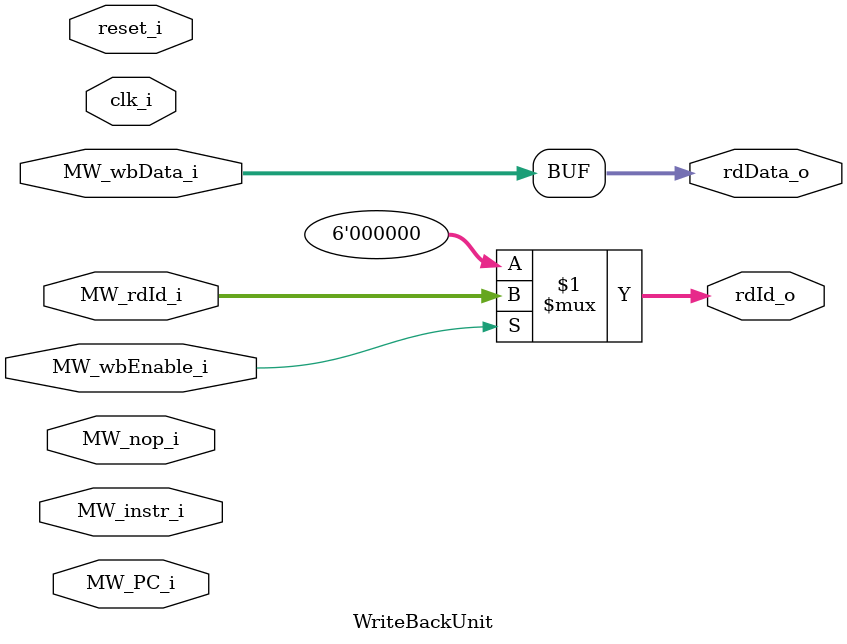
<source format=v>
/*************************************************
 *File----------WriteBackUnit.v
 *Project-------Risc-V-FPGA
 *License-------GNU GPL-3.0
 *Author--------Justin Kachele
 *Created-------Tuesday Dec 02, 2025 20:18:29 UTC
 ************************************************/

module WriteBackUnit (
        input  wire        clk_i,
        input  wire        reset_i,
        // Register File Interface
        output wire [5:0]  rdId_o,
        output wire [31:0] rdData_o,
        // Memory Unit Interface
        input  wire [31:0] MW_PC_i,
        input  wire [31:0] MW_instr_i,
        input  wire        MW_nop_i,
        input  wire [5:0]  MW_rdId_i,
        input  wire [31:0] MW_wbData_i,
        input  wire        MW_wbEnable_i
);
assign rdData_o = MW_wbData_i;
assign rdId_o = MW_wbEnable_i ? MW_rdId_i : 6'b0;

endmodule


</source>
